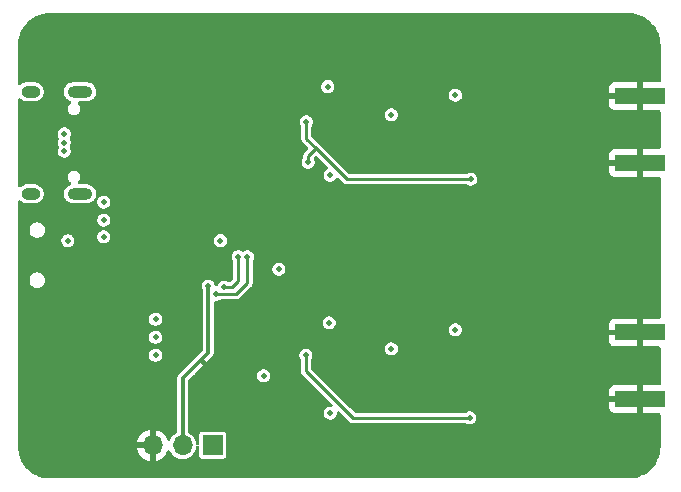
<source format=gbr>
%TF.GenerationSoftware,KiCad,Pcbnew,9.0.1*%
%TF.CreationDate,2025-07-03T23:17:29+02:00*%
%TF.ProjectId,Amon_Link,416d6f6e-5f4c-4696-9e6b-2e6b69636164,rev?*%
%TF.SameCoordinates,Original*%
%TF.FileFunction,Copper,L4,Bot*%
%TF.FilePolarity,Positive*%
%FSLAX46Y46*%
G04 Gerber Fmt 4.6, Leading zero omitted, Abs format (unit mm)*
G04 Created by KiCad (PCBNEW 9.0.1) date 2025-07-03 23:17:29*
%MOMM*%
%LPD*%
G01*
G04 APERTURE LIST*
%TA.AperFunction,ComponentPad*%
%ADD10O,1.600000X1.000000*%
%TD*%
%TA.AperFunction,ComponentPad*%
%ADD11O,2.100000X1.000000*%
%TD*%
%TA.AperFunction,ComponentPad*%
%ADD12C,0.700000*%
%TD*%
%TA.AperFunction,ComponentPad*%
%ADD13C,4.400000*%
%TD*%
%TA.AperFunction,ComponentPad*%
%ADD14R,1.700000X1.700000*%
%TD*%
%TA.AperFunction,ComponentPad*%
%ADD15O,1.700000X1.700000*%
%TD*%
%TA.AperFunction,SMDPad,CuDef*%
%ADD16R,4.200000X1.350000*%
%TD*%
%TA.AperFunction,ViaPad*%
%ADD17C,0.500000*%
%TD*%
%TA.AperFunction,Conductor*%
%ADD18C,0.250000*%
%TD*%
%TA.AperFunction,Conductor*%
%ADD19C,0.300000*%
%TD*%
G04 APERTURE END LIST*
D10*
%TO.P,J1,S1,SHIELD*%
%TO.N,Net-(J1-SHIELD)*%
X127599000Y-90090000D03*
D11*
X131779000Y-90090000D03*
D10*
X127599000Y-81450000D03*
D11*
X131779000Y-81450000D03*
%TD*%
D12*
%TO.P,H3,1*%
%TO.N,GND*%
X176649999Y-111549999D03*
X177133273Y-110383273D03*
X177133273Y-112716725D03*
X178299999Y-109899999D03*
D13*
X178299999Y-111549999D03*
D12*
X178299999Y-113199999D03*
X179466725Y-110383273D03*
X179466725Y-112716725D03*
X179949999Y-111549999D03*
%TD*%
%TO.P,H4,1*%
%TO.N,GND*%
X176649999Y-77549999D03*
X177133273Y-76383273D03*
X177133273Y-78716725D03*
X178299999Y-75899999D03*
D13*
X178299999Y-77549999D03*
D12*
X178299999Y-79199999D03*
X179466725Y-76383273D03*
X179466725Y-78716725D03*
X179949999Y-77549999D03*
%TD*%
%TO.P,H2,1*%
%TO.N,GND*%
X127509000Y-77470000D03*
X127992274Y-76303274D03*
X127992274Y-78636726D03*
X129159000Y-75820000D03*
D13*
X129159000Y-77470000D03*
D12*
X129159000Y-79120000D03*
X130325726Y-76303274D03*
X130325726Y-78636726D03*
X130809000Y-77470000D03*
%TD*%
%TO.P,H1,1*%
%TO.N,GND*%
X127509000Y-111470000D03*
X127992274Y-110303274D03*
X127992274Y-112636726D03*
X129159000Y-109820000D03*
D13*
X129159000Y-111470000D03*
D12*
X129159000Y-113120000D03*
X130325726Y-110303274D03*
X130325726Y-112636726D03*
X130809000Y-111470000D03*
%TD*%
D14*
%TO.P,J3,1,Pin_1*%
%TO.N,+3.3V*%
X143002000Y-111379000D03*
D15*
%TO.P,J3,2,Pin_2*%
%TO.N,/SWIO*%
X140462000Y-111379000D03*
%TO.P,J3,3,Pin_3*%
%TO.N,GND*%
X137922000Y-111379000D03*
%TD*%
D16*
%TO.P,J4,2,Ext*%
%TO.N,GND*%
X179200000Y-107475000D03*
X179200000Y-101825000D03*
%TD*%
%TO.P,J2,2,Ext*%
%TO.N,GND*%
X179200000Y-87475000D03*
X179200000Y-81825000D03*
%TD*%
D17*
%TO.N,GND*%
X180100000Y-93635022D03*
X180100000Y-90000000D03*
X180100000Y-99087555D03*
X180100000Y-91817511D03*
X180100000Y-97270044D03*
X180100000Y-95452533D03*
X127410000Y-83930000D03*
X127410000Y-85747511D03*
X127410000Y-87565022D03*
X132212490Y-75440000D03*
X139482534Y-75440000D03*
X151897556Y-75420000D03*
X155532578Y-75420000D03*
X144627512Y-75420000D03*
X157350090Y-75420000D03*
X150080045Y-75420000D03*
X153715067Y-75420000D03*
X146445023Y-75420000D03*
X140992490Y-75420000D03*
X148262534Y-75420000D03*
X137665023Y-75440000D03*
X142810001Y-75420000D03*
X135847512Y-75440000D03*
X134030001Y-75440000D03*
X169850000Y-75390000D03*
X162579956Y-75390000D03*
X175302534Y-75390000D03*
X173485022Y-75390000D03*
X164397467Y-75390000D03*
X160762445Y-75390000D03*
X171667511Y-75390000D03*
X158944934Y-75390000D03*
X166214978Y-75390000D03*
X168032489Y-75390000D03*
X135914978Y-113640000D03*
X137732489Y-113640000D03*
X134097467Y-113640000D03*
X132279956Y-113640000D03*
X139550000Y-113640000D03*
X151965022Y-113620000D03*
X144694978Y-113620000D03*
X157417556Y-113620000D03*
X155600044Y-113620000D03*
X146512489Y-113620000D03*
X142877467Y-113620000D03*
X153782533Y-113620000D03*
X141059956Y-113620000D03*
X148330000Y-113620000D03*
X150147511Y-113620000D03*
%TO.N,+3.3V*%
X148615400Y-96469200D03*
X138176000Y-100711000D03*
X163562501Y-101600001D03*
X152750000Y-81000000D03*
X158140400Y-83388200D03*
X147320000Y-105486200D03*
X138176000Y-102235000D03*
X138176000Y-103759000D03*
X130759200Y-94045001D03*
X163570000Y-81730000D03*
X152982501Y-108645000D03*
X143674600Y-94044000D03*
X158150000Y-103200000D03*
X152862501Y-100998511D03*
X152970000Y-88519000D03*
%TO.N,GND*%
X159316058Y-99136200D03*
X170829510Y-90322400D03*
X133477000Y-112039400D03*
X166800000Y-86200000D03*
X139242800Y-77774800D03*
X168099955Y-113590000D03*
X168216945Y-88239600D03*
X175666400Y-108280200D03*
X163262736Y-97002600D03*
X156489400Y-94716600D03*
X169443400Y-105689400D03*
X173431200Y-88239600D03*
X173558200Y-78638400D03*
X160612501Y-108150001D03*
X144970500Y-78663800D03*
X164160200Y-94767400D03*
X159486600Y-82067400D03*
X155498800Y-76657200D03*
X156083000Y-96443800D03*
X166852600Y-76657200D03*
X143256000Y-89916000D03*
X159012400Y-113590000D03*
X169243826Y-94767400D03*
X148691600Y-111074200D03*
X167843200Y-78638400D03*
X174802800Y-80772000D03*
X138176000Y-86995000D03*
X160223200Y-78638400D03*
X142125700Y-80441800D03*
X127959002Y-100895002D03*
X154787600Y-97967800D03*
X140131800Y-76733400D03*
X164127542Y-99110800D03*
X161036000Y-110921800D03*
X132715000Y-107188000D03*
X161175700Y-76657200D03*
X139547600Y-79730600D03*
X159962501Y-103950001D03*
X162433000Y-99110800D03*
X166282444Y-113590000D03*
X169468800Y-82905600D03*
X178460400Y-97053400D03*
X174294800Y-99110800D03*
X171693115Y-88239600D03*
X162534600Y-110921800D03*
X149809200Y-96443800D03*
X146280000Y-89790000D03*
X156413200Y-100558600D03*
X133477000Y-96139000D03*
X163068000Y-76657200D03*
X170314258Y-101523800D03*
X160829911Y-113590000D03*
X171734977Y-113590000D03*
X178358800Y-92760800D03*
X155862501Y-107200001D03*
X163877170Y-90322400D03*
X151800000Y-83150000D03*
X166700200Y-80721200D03*
X173558200Y-108280200D03*
X170905710Y-99110800D03*
X171653200Y-78638400D03*
X158318200Y-78638400D03*
X166453460Y-92760800D03*
X158496000Y-100558600D03*
X163212501Y-102600001D03*
X161798000Y-80721200D03*
X173219536Y-97002600D03*
X167549284Y-94767400D03*
X172862501Y-103550001D03*
X163300000Y-82700000D03*
X153606500Y-76657200D03*
X169418000Y-110947200D03*
X156311600Y-82042000D03*
X174091600Y-105943400D03*
X139369800Y-95300800D03*
X145410000Y-108550000D03*
X162312501Y-102950001D03*
X132461000Y-77774800D03*
X176657000Y-85725000D03*
X146862800Y-78663800D03*
X174327452Y-94767400D03*
X160858200Y-83362800D03*
X177611310Y-90373200D03*
X163300000Y-86200000D03*
X164960300Y-76657200D03*
X157708600Y-99237800D03*
X149656800Y-112141000D03*
X158623000Y-84201000D03*
X160401000Y-90322400D03*
X174117000Y-85852000D03*
X176657000Y-103550001D03*
X162687000Y-100558600D03*
X159181800Y-91516200D03*
X145770600Y-76657200D03*
X174421800Y-76657200D03*
X169900600Y-97002600D03*
X136017000Y-107950000D03*
X161762501Y-106500001D03*
X147193000Y-111074200D03*
X159080200Y-110921800D03*
X149047200Y-107975400D03*
X166925174Y-101523800D03*
X159283400Y-76657200D03*
X161544000Y-84201000D03*
X136702800Y-82626200D03*
X175354348Y-101523800D03*
X157861000Y-97028000D03*
X151812501Y-107150001D03*
X172529500Y-76657200D03*
X174498000Y-82829400D03*
X172567600Y-90322400D03*
X165709600Y-110921800D03*
X176620715Y-92760800D03*
X127959001Y-106130001D03*
X147802600Y-80441800D03*
X132588000Y-110972600D03*
X168191545Y-92760800D03*
X147662900Y-76657200D03*
X173552488Y-113590000D03*
X167516626Y-99110800D03*
X160909000Y-88138000D03*
X151812501Y-103200001D03*
X132715000Y-105613200D03*
X168325800Y-80772000D03*
X155950000Y-83100000D03*
X172632910Y-94767400D03*
X141681200Y-99212400D03*
X172600252Y-99110800D03*
X172008800Y-101523800D03*
X175370000Y-113590000D03*
X162139085Y-90322400D03*
X144322800Y-101142800D03*
X161173890Y-92710000D03*
X169211168Y-99110800D03*
X171564300Y-80772000D03*
X173703348Y-101523800D03*
X163262501Y-106100001D03*
X148082000Y-112141000D03*
X164464933Y-113590000D03*
X163271200Y-80746600D03*
X174962501Y-103550001D03*
X157810200Y-82042000D03*
X169955030Y-88239600D03*
X134086600Y-110972600D03*
X136702800Y-84531200D03*
X152755600Y-97967800D03*
X139928600Y-103428800D03*
X162977290Y-92760800D03*
X169091425Y-90322400D03*
X167284400Y-108280200D03*
X161315400Y-97002600D03*
X134924800Y-76733400D03*
X170938368Y-94767400D03*
X168241134Y-97002600D03*
X167360600Y-110947200D03*
X156612501Y-108150001D03*
X175143890Y-92760800D03*
X149555200Y-76657200D03*
X165615255Y-90322400D03*
X133781800Y-79730600D03*
X169748200Y-78638400D03*
X164033200Y-78638400D03*
X164922202Y-97002600D03*
X160382858Y-94716600D03*
X169945050Y-80772000D03*
X142300000Y-104410000D03*
X160985200Y-82067400D03*
X176022000Y-94767400D03*
X164715375Y-92760800D03*
X161772600Y-101930200D03*
X139928600Y-101803200D03*
X160299400Y-80721200D03*
X175873225Y-90373200D03*
X151917400Y-96443800D03*
X140741400Y-77774800D03*
X152603200Y-78638400D03*
X171323000Y-105791000D03*
X165938200Y-78638400D03*
X160604200Y-100558600D03*
X133959600Y-77774800D03*
X149123400Y-81940400D03*
X165854742Y-94767400D03*
X177676625Y-94767400D03*
X169929630Y-92760800D03*
X148234400Y-89814400D03*
X166581668Y-97002600D03*
X175945800Y-82829400D03*
X167353340Y-90322400D03*
X171526200Y-110947200D03*
X138582400Y-99263200D03*
X170637200Y-76657200D03*
X148209000Y-87401400D03*
X175463200Y-78638400D03*
X135051800Y-112039400D03*
X172897800Y-82804000D03*
X161544000Y-86233000D03*
X151714200Y-76657200D03*
X153390600Y-89154000D03*
X148755100Y-78663800D03*
X150647400Y-97967800D03*
X159620858Y-97002600D03*
X138125200Y-90246200D03*
X141554200Y-93522800D03*
X154508200Y-78638400D03*
X158762501Y-104000001D03*
X156062501Y-103000001D03*
X145973800Y-101142800D03*
X156413200Y-78638400D03*
X175209200Y-88214200D03*
X151920000Y-87350000D03*
X174135140Y-90373200D03*
X156718000Y-88138000D03*
X162647422Y-113590000D03*
X161010600Y-99136200D03*
X162128200Y-78638400D03*
X141706600Y-76733400D03*
X171560066Y-97002600D03*
X145910300Y-80441800D03*
X157962600Y-92735400D03*
X157124400Y-80695800D03*
X167817800Y-105689400D03*
X149123400Y-83832700D03*
X173634400Y-110947200D03*
X142970000Y-108540000D03*
X171450000Y-108280200D03*
X176712501Y-105800001D03*
X150698200Y-81940400D03*
X170062501Y-103550001D03*
X157581600Y-101930200D03*
X150647400Y-78663800D03*
X156014058Y-99237800D03*
X160273602Y-84191212D03*
X174984225Y-97053400D03*
X133527800Y-102666800D03*
X143878300Y-76657200D03*
X165822084Y-99110800D03*
X133527800Y-101117400D03*
X168619716Y-101523800D03*
X157391100Y-76657200D03*
X152298400Y-94716600D03*
X159689800Y-101930200D03*
X171667715Y-92760800D03*
X176722310Y-97053400D03*
X168744900Y-76657200D03*
X173405800Y-92760800D03*
X164211000Y-110921800D03*
X166800000Y-82700000D03*
X160812501Y-106200001D03*
X169341800Y-108280200D03*
X131114800Y-98221800D03*
X133350000Y-76733400D03*
X173183550Y-80772000D03*
X171069000Y-85852000D03*
X144018000Y-80441800D03*
X153949400Y-96443800D03*
X146126200Y-85801200D03*
X168910000Y-85852000D03*
X162077400Y-94716600D03*
X154381200Y-94716600D03*
X130937000Y-102641400D03*
X159308800Y-83286600D03*
X158623000Y-80695800D03*
X169917466Y-113590000D03*
X156000000Y-87350000D03*
X158597600Y-94716600D03*
X166762501Y-106100001D03*
%TO.N,+5V*%
X133778176Y-93720678D03*
X133778176Y-90780000D03*
X133778176Y-92304000D03*
X130459001Y-85745001D03*
X130459001Y-86470001D03*
X130459001Y-85020001D03*
%TO.N,/CE1*%
X150907000Y-103759000D03*
X164762501Y-109050001D03*
%TO.N,/CE2*%
X164850000Y-88850000D03*
X151099200Y-87426800D03*
X150950000Y-84000000D03*
%TO.N,/MISO*%
X143297000Y-98602800D03*
X145960000Y-95410000D03*
%TO.N,/SWIO*%
X142646400Y-97891600D03*
%TO.N,/MOSI*%
X143947000Y-97993200D03*
X145180000Y-95400000D03*
%TD*%
D18*
%TO.N,/MOSI*%
X144616800Y-97993200D02*
X143947000Y-97993200D01*
X145180000Y-95400000D02*
X145180000Y-97430000D01*
X145180000Y-97430000D02*
X144616800Y-97993200D01*
%TO.N,/MISO*%
X144957200Y-98602800D02*
X143297000Y-98602800D01*
X145960000Y-97600000D02*
X144957200Y-98602800D01*
X145960000Y-95410000D02*
X145960000Y-97600000D01*
%TO.N,/CE1*%
X150907000Y-105060000D02*
X154897001Y-109050001D01*
X150907000Y-103759000D02*
X150907000Y-105060000D01*
X154897001Y-109050001D02*
X164762501Y-109050001D01*
%TO.N,/CE2*%
X150950000Y-84000000D02*
X150950000Y-85418000D01*
X151739600Y-86207600D02*
X154382000Y-88850000D01*
X151099200Y-87426800D02*
X151099200Y-86848000D01*
X151099200Y-86848000D02*
X151739600Y-86207600D01*
X150950000Y-85418000D02*
X151739600Y-86207600D01*
X154382000Y-88850000D02*
X164850000Y-88850000D01*
D19*
%TO.N,/SWIO*%
X142646400Y-97891600D02*
X142646400Y-103530400D01*
X142646400Y-103530400D02*
X140462000Y-105714800D01*
X140462000Y-105714800D02*
X140462000Y-111379000D01*
%TD*%
%TA.AperFunction,Conductor*%
%TO.N,GND*%
G36*
X178232472Y-74788695D02*
G01*
X178524306Y-74805084D01*
X178538103Y-74806638D01*
X178822827Y-74855015D01*
X178836384Y-74858109D01*
X179113899Y-74938060D01*
X179127025Y-74942653D01*
X179393841Y-75053172D01*
X179406355Y-75059198D01*
X179572444Y-75150992D01*
X179659125Y-75198899D01*
X179670899Y-75206297D01*
X179906430Y-75373415D01*
X179917302Y-75382085D01*
X180132642Y-75574524D01*
X180142475Y-75584357D01*
X180334914Y-75799697D01*
X180343584Y-75810569D01*
X180510702Y-76046100D01*
X180518100Y-76057874D01*
X180657797Y-76310637D01*
X180663830Y-76323165D01*
X180774346Y-76589975D01*
X180778939Y-76603100D01*
X180858890Y-76880615D01*
X180861984Y-76894172D01*
X180910359Y-77178885D01*
X180911916Y-77192703D01*
X180928305Y-77484527D01*
X180928500Y-77491480D01*
X180928500Y-80526000D01*
X180908815Y-80593039D01*
X180856011Y-80638794D01*
X180804500Y-80650000D01*
X179450000Y-80650000D01*
X179450000Y-83000000D01*
X180804500Y-83000000D01*
X180871539Y-83019685D01*
X180917294Y-83072489D01*
X180928500Y-83124000D01*
X180928500Y-86176000D01*
X180908815Y-86243039D01*
X180856011Y-86288794D01*
X180804500Y-86300000D01*
X179450000Y-86300000D01*
X179450000Y-88650000D01*
X180804500Y-88650000D01*
X180871539Y-88669685D01*
X180917294Y-88722489D01*
X180928500Y-88774000D01*
X180928500Y-100526000D01*
X180908815Y-100593039D01*
X180856011Y-100638794D01*
X180804500Y-100650000D01*
X179450000Y-100650000D01*
X179450000Y-103000000D01*
X180804500Y-103000000D01*
X180871539Y-103019685D01*
X180917294Y-103072489D01*
X180928500Y-103124000D01*
X180928500Y-106176000D01*
X180908815Y-106243039D01*
X180856011Y-106288794D01*
X180804500Y-106300000D01*
X179450000Y-106300000D01*
X179450000Y-108650000D01*
X180804500Y-108650000D01*
X180871539Y-108669685D01*
X180917294Y-108722489D01*
X180928500Y-108774000D01*
X180928500Y-111484518D01*
X180928305Y-111491471D01*
X180911916Y-111783295D01*
X180910359Y-111797113D01*
X180861984Y-112081827D01*
X180858890Y-112095384D01*
X180778939Y-112372899D01*
X180774346Y-112386023D01*
X180663831Y-112652833D01*
X180657797Y-112665363D01*
X180518099Y-112918125D01*
X180510702Y-112929898D01*
X180343584Y-113165430D01*
X180334914Y-113176302D01*
X180142475Y-113391642D01*
X180132642Y-113401475D01*
X179917302Y-113593914D01*
X179906430Y-113602584D01*
X179670898Y-113769702D01*
X179659125Y-113777099D01*
X179406363Y-113916797D01*
X179393833Y-113922831D01*
X179127023Y-114033346D01*
X179113899Y-114037939D01*
X178836384Y-114117890D01*
X178822827Y-114120984D01*
X178538113Y-114169359D01*
X178524295Y-114170916D01*
X178232471Y-114187305D01*
X178225518Y-114187500D01*
X129232482Y-114187500D01*
X129225529Y-114187305D01*
X128933704Y-114170916D01*
X128919886Y-114169359D01*
X128635172Y-114120984D01*
X128621615Y-114117890D01*
X128344100Y-114037939D01*
X128330976Y-114033346D01*
X128064166Y-113922831D01*
X128051636Y-113916797D01*
X127798874Y-113777099D01*
X127787101Y-113769702D01*
X127551569Y-113602584D01*
X127540697Y-113593914D01*
X127325357Y-113401475D01*
X127315524Y-113391642D01*
X127123085Y-113176302D01*
X127114415Y-113165430D01*
X126947297Y-112929898D01*
X126939900Y-112918125D01*
X126800202Y-112665363D01*
X126794168Y-112652833D01*
X126683653Y-112386023D01*
X126679060Y-112372899D01*
X126599109Y-112095384D01*
X126596015Y-112081827D01*
X126579053Y-111981994D01*
X126547638Y-111797103D01*
X126546084Y-111783305D01*
X126529695Y-111491470D01*
X126529500Y-111484518D01*
X126529500Y-111129000D01*
X136594769Y-111129000D01*
X137488988Y-111129000D01*
X137456075Y-111186007D01*
X137422000Y-111313174D01*
X137422000Y-111444826D01*
X137456075Y-111571993D01*
X137488988Y-111629000D01*
X136594769Y-111629000D01*
X136605242Y-111695126D01*
X136605242Y-111695129D01*
X136670904Y-111897217D01*
X136767379Y-112086557D01*
X136892272Y-112258459D01*
X136892276Y-112258464D01*
X137042535Y-112408723D01*
X137042540Y-112408727D01*
X137214442Y-112533620D01*
X137403782Y-112630095D01*
X137605871Y-112695757D01*
X137672000Y-112706231D01*
X137672000Y-111812012D01*
X137729007Y-111844925D01*
X137856174Y-111879000D01*
X137987826Y-111879000D01*
X138114993Y-111844925D01*
X138172000Y-111812012D01*
X138172000Y-112706230D01*
X138238126Y-112695757D01*
X138238129Y-112695757D01*
X138440217Y-112630095D01*
X138629557Y-112533620D01*
X138801459Y-112408727D01*
X138801464Y-112408723D01*
X138951723Y-112258464D01*
X138951727Y-112258459D01*
X139076620Y-112086557D01*
X139173095Y-111897217D01*
X139182492Y-111868295D01*
X139221928Y-111810618D01*
X139286286Y-111783419D01*
X139355133Y-111795331D01*
X139406610Y-111842574D01*
X139410908Y-111850314D01*
X139478004Y-111981995D01*
X139584441Y-112128494D01*
X139584445Y-112128499D01*
X139712500Y-112256554D01*
X139712505Y-112256558D01*
X139832040Y-112343404D01*
X139859006Y-112362996D01*
X139935094Y-112401765D01*
X140020360Y-112445211D01*
X140020363Y-112445212D01*
X140106476Y-112473191D01*
X140192591Y-112501171D01*
X140275429Y-112514291D01*
X140371449Y-112529500D01*
X140371454Y-112529500D01*
X140552551Y-112529500D01*
X140639259Y-112515765D01*
X140731409Y-112501171D01*
X140903639Y-112445211D01*
X141064994Y-112362996D01*
X141211501Y-112256553D01*
X141339553Y-112128501D01*
X141445996Y-111981994D01*
X141528211Y-111820639D01*
X141584171Y-111648409D01*
X141605027Y-111516729D01*
X141634956Y-111453595D01*
X141694267Y-111416663D01*
X141764130Y-111417661D01*
X141822363Y-111456271D01*
X141850477Y-111520234D01*
X141851500Y-111536127D01*
X141851500Y-112273856D01*
X141851502Y-112273882D01*
X141854413Y-112298987D01*
X141854415Y-112298991D01*
X141899793Y-112401764D01*
X141899794Y-112401765D01*
X141979235Y-112481206D01*
X142082009Y-112526585D01*
X142107135Y-112529500D01*
X143896864Y-112529499D01*
X143896879Y-112529497D01*
X143896882Y-112529497D01*
X143921987Y-112526586D01*
X143921988Y-112526585D01*
X143921991Y-112526585D01*
X144024765Y-112481206D01*
X144104206Y-112401765D01*
X144149585Y-112298991D01*
X144152500Y-112273865D01*
X144152499Y-110484136D01*
X144152497Y-110484117D01*
X144149586Y-110459012D01*
X144149585Y-110459010D01*
X144149585Y-110459009D01*
X144104206Y-110356235D01*
X144024765Y-110276794D01*
X143944415Y-110241316D01*
X143921992Y-110231415D01*
X143896865Y-110228500D01*
X142107143Y-110228500D01*
X142107117Y-110228502D01*
X142082012Y-110231413D01*
X142082008Y-110231415D01*
X141979235Y-110276793D01*
X141899794Y-110356234D01*
X141854415Y-110459006D01*
X141854415Y-110459008D01*
X141851500Y-110484131D01*
X141851500Y-111221871D01*
X141831815Y-111288910D01*
X141779011Y-111334665D01*
X141709853Y-111344609D01*
X141646297Y-111315584D01*
X141608523Y-111256806D01*
X141605027Y-111241269D01*
X141587245Y-111129000D01*
X141584171Y-111109591D01*
X141528211Y-110937361D01*
X141528211Y-110937360D01*
X141489191Y-110860780D01*
X141445996Y-110776006D01*
X141432396Y-110757287D01*
X141339558Y-110629505D01*
X141339554Y-110629500D01*
X141211499Y-110501445D01*
X141211494Y-110501441D01*
X141064995Y-110395004D01*
X140980204Y-110351800D01*
X140929409Y-110303826D01*
X140912500Y-110241316D01*
X140912500Y-105952765D01*
X140932185Y-105885726D01*
X140948819Y-105865084D01*
X141400178Y-105413725D01*
X146769500Y-105413725D01*
X146769500Y-105558675D01*
X146795442Y-105655491D01*
X146807017Y-105698688D01*
X146879488Y-105824211D01*
X146879490Y-105824213D01*
X146879491Y-105824215D01*
X146981985Y-105926709D01*
X146981986Y-105926710D01*
X146981988Y-105926711D01*
X147107511Y-105999182D01*
X147107512Y-105999182D01*
X147107515Y-105999184D01*
X147247525Y-106036700D01*
X147247528Y-106036700D01*
X147392472Y-106036700D01*
X147392475Y-106036700D01*
X147532485Y-105999184D01*
X147658015Y-105926709D01*
X147760509Y-105824215D01*
X147832984Y-105698685D01*
X147870500Y-105558675D01*
X147870500Y-105413725D01*
X147832984Y-105273715D01*
X147760509Y-105148185D01*
X147658015Y-105045691D01*
X147658013Y-105045690D01*
X147658011Y-105045688D01*
X147532488Y-104973217D01*
X147532489Y-104973217D01*
X147521006Y-104970140D01*
X147392475Y-104935700D01*
X147247525Y-104935700D01*
X147118993Y-104970140D01*
X147107511Y-104973217D01*
X146981988Y-105045688D01*
X146981982Y-105045693D01*
X146879493Y-105148182D01*
X146879488Y-105148188D01*
X146807017Y-105273711D01*
X146807016Y-105273715D01*
X146769500Y-105413725D01*
X141400178Y-105413725D01*
X141495986Y-105317917D01*
X141981513Y-104832390D01*
X143006889Y-103807014D01*
X143066199Y-103704287D01*
X143070958Y-103686525D01*
X150356500Y-103686525D01*
X150356500Y-103831475D01*
X150394016Y-103971485D01*
X150464887Y-104094238D01*
X150481500Y-104156236D01*
X150481500Y-105003982D01*
X150481500Y-105116018D01*
X150510497Y-105224237D01*
X150566515Y-105321263D01*
X150566517Y-105321265D01*
X153128071Y-107882819D01*
X153161556Y-107944142D01*
X153156572Y-108013834D01*
X153114700Y-108069767D01*
X153049236Y-108094184D01*
X153040390Y-108094500D01*
X152910026Y-108094500D01*
X152781494Y-108128940D01*
X152770012Y-108132017D01*
X152644489Y-108204488D01*
X152644483Y-108204493D01*
X152541994Y-108306982D01*
X152541989Y-108306988D01*
X152469518Y-108432511D01*
X152469517Y-108432515D01*
X152432001Y-108572525D01*
X152432001Y-108717475D01*
X152469517Y-108857485D01*
X152469518Y-108857488D01*
X152541989Y-108983011D01*
X152541991Y-108983013D01*
X152541992Y-108983015D01*
X152644486Y-109085509D01*
X152644487Y-109085510D01*
X152644489Y-109085511D01*
X152770012Y-109157982D01*
X152770013Y-109157982D01*
X152770016Y-109157984D01*
X152910026Y-109195500D01*
X152910029Y-109195500D01*
X153054973Y-109195500D01*
X153054976Y-109195500D01*
X153194986Y-109157984D01*
X153320516Y-109085509D01*
X153423010Y-108983015D01*
X153495485Y-108857485D01*
X153533001Y-108717475D01*
X153533001Y-108587111D01*
X153552686Y-108520072D01*
X153605490Y-108474317D01*
X153674648Y-108464373D01*
X153738204Y-108493398D01*
X153744682Y-108499430D01*
X154556516Y-109311264D01*
X154635738Y-109390486D01*
X154732764Y-109446504D01*
X154840983Y-109475501D01*
X164365264Y-109475501D01*
X164427264Y-109492114D01*
X164550012Y-109562983D01*
X164550013Y-109562983D01*
X164550016Y-109562985D01*
X164690026Y-109600501D01*
X164690029Y-109600501D01*
X164834973Y-109600501D01*
X164834976Y-109600501D01*
X164974986Y-109562985D01*
X165100516Y-109490510D01*
X165203010Y-109388016D01*
X165275485Y-109262486D01*
X165313001Y-109122476D01*
X165313001Y-108977526D01*
X165275485Y-108837516D01*
X165206177Y-108717472D01*
X165203012Y-108711989D01*
X165203007Y-108711983D01*
X165100518Y-108609494D01*
X165100512Y-108609489D01*
X164974989Y-108537018D01*
X164974990Y-108537018D01*
X164963507Y-108533941D01*
X164834976Y-108499501D01*
X164690026Y-108499501D01*
X164561494Y-108533941D01*
X164550012Y-108537018D01*
X164427264Y-108607888D01*
X164365264Y-108624501D01*
X155124611Y-108624501D01*
X155057572Y-108604816D01*
X155036930Y-108588182D01*
X154646592Y-108197844D01*
X176600000Y-108197844D01*
X176606401Y-108257372D01*
X176606403Y-108257379D01*
X176656645Y-108392086D01*
X176656649Y-108392093D01*
X176742809Y-108507187D01*
X176742812Y-108507190D01*
X176857906Y-108593350D01*
X176857913Y-108593354D01*
X176992620Y-108643596D01*
X176992627Y-108643598D01*
X177052155Y-108649999D01*
X177052172Y-108650000D01*
X178950000Y-108650000D01*
X178950000Y-107725000D01*
X176600000Y-107725000D01*
X176600000Y-108197844D01*
X154646592Y-108197844D01*
X153200903Y-106752155D01*
X176600000Y-106752155D01*
X176600000Y-107225000D01*
X178950000Y-107225000D01*
X178950000Y-106300000D01*
X177052155Y-106300000D01*
X176992627Y-106306401D01*
X176992620Y-106306403D01*
X176857913Y-106356645D01*
X176857906Y-106356649D01*
X176742812Y-106442809D01*
X176742809Y-106442812D01*
X176656649Y-106557906D01*
X176656645Y-106557913D01*
X176606403Y-106692620D01*
X176606401Y-106692627D01*
X176600000Y-106752155D01*
X153200903Y-106752155D01*
X151368819Y-104920071D01*
X151335334Y-104858748D01*
X151332500Y-104832390D01*
X151332500Y-104156236D01*
X151349112Y-104094238D01*
X151419984Y-103971485D01*
X151457500Y-103831475D01*
X151457500Y-103686525D01*
X151419984Y-103546515D01*
X151415074Y-103538011D01*
X151347511Y-103420988D01*
X151347506Y-103420982D01*
X151245017Y-103318493D01*
X151245011Y-103318488D01*
X151119488Y-103246017D01*
X151119489Y-103246017D01*
X151116289Y-103245159D01*
X150979475Y-103208500D01*
X150834525Y-103208500D01*
X150720053Y-103239173D01*
X150694511Y-103246017D01*
X150568988Y-103318488D01*
X150568982Y-103318493D01*
X150466493Y-103420982D01*
X150466488Y-103420988D01*
X150394017Y-103546511D01*
X150394016Y-103546515D01*
X150356500Y-103686525D01*
X143070958Y-103686525D01*
X143088837Y-103619799D01*
X143096900Y-103589709D01*
X143096900Y-103127525D01*
X157599500Y-103127525D01*
X157599500Y-103272475D01*
X157611831Y-103318493D01*
X157637017Y-103412488D01*
X157709488Y-103538011D01*
X157709490Y-103538013D01*
X157709491Y-103538015D01*
X157811985Y-103640509D01*
X157811986Y-103640510D01*
X157811988Y-103640511D01*
X157937511Y-103712982D01*
X157937512Y-103712982D01*
X157937515Y-103712984D01*
X158077525Y-103750500D01*
X158077528Y-103750500D01*
X158222472Y-103750500D01*
X158222475Y-103750500D01*
X158362485Y-103712984D01*
X158488015Y-103640509D01*
X158590509Y-103538015D01*
X158662984Y-103412485D01*
X158700500Y-103272475D01*
X158700500Y-103127525D01*
X158662984Y-102987515D01*
X158637485Y-102943350D01*
X158590511Y-102861988D01*
X158590506Y-102861982D01*
X158488017Y-102759493D01*
X158488011Y-102759488D01*
X158362488Y-102687017D01*
X158362489Y-102687017D01*
X158319548Y-102675511D01*
X158222475Y-102649500D01*
X158077525Y-102649500D01*
X157980452Y-102675511D01*
X157937511Y-102687017D01*
X157811988Y-102759488D01*
X157811982Y-102759493D01*
X157709493Y-102861982D01*
X157709488Y-102861988D01*
X157637017Y-102987511D01*
X157637016Y-102987515D01*
X157599500Y-103127525D01*
X143096900Y-103127525D01*
X143096900Y-102547844D01*
X176600000Y-102547844D01*
X176606401Y-102607372D01*
X176606403Y-102607379D01*
X176656645Y-102742086D01*
X176656649Y-102742093D01*
X176742809Y-102857187D01*
X176742812Y-102857190D01*
X176857906Y-102943350D01*
X176857913Y-102943354D01*
X176992620Y-102993596D01*
X176992627Y-102993598D01*
X177052155Y-102999999D01*
X177052172Y-103000000D01*
X178950000Y-103000000D01*
X178950000Y-102075000D01*
X176600000Y-102075000D01*
X176600000Y-102547844D01*
X143096900Y-102547844D01*
X143096900Y-100926036D01*
X152312001Y-100926036D01*
X152312001Y-101070986D01*
X152335717Y-101159494D01*
X152349518Y-101210999D01*
X152421989Y-101336522D01*
X152421991Y-101336524D01*
X152421992Y-101336526D01*
X152524486Y-101439020D01*
X152524487Y-101439021D01*
X152524489Y-101439022D01*
X152650012Y-101511493D01*
X152650013Y-101511493D01*
X152650016Y-101511495D01*
X152790026Y-101549011D01*
X152790029Y-101549011D01*
X152934973Y-101549011D01*
X152934976Y-101549011D01*
X153015158Y-101527526D01*
X163012001Y-101527526D01*
X163012001Y-101672476D01*
X163044695Y-101794491D01*
X163049518Y-101812489D01*
X163121989Y-101938012D01*
X163121991Y-101938014D01*
X163121992Y-101938016D01*
X163224486Y-102040510D01*
X163224487Y-102040511D01*
X163224489Y-102040512D01*
X163350012Y-102112983D01*
X163350013Y-102112983D01*
X163350016Y-102112985D01*
X163490026Y-102150501D01*
X163490029Y-102150501D01*
X163634973Y-102150501D01*
X163634976Y-102150501D01*
X163774986Y-102112985D01*
X163900516Y-102040510D01*
X164003010Y-101938016D01*
X164075485Y-101812486D01*
X164113001Y-101672476D01*
X164113001Y-101527526D01*
X164075485Y-101387516D01*
X164003010Y-101261986D01*
X163900516Y-101159492D01*
X163900514Y-101159491D01*
X163900512Y-101159489D01*
X163801207Y-101102155D01*
X176600000Y-101102155D01*
X176600000Y-101575000D01*
X178950000Y-101575000D01*
X178950000Y-100650000D01*
X177052155Y-100650000D01*
X176992627Y-100656401D01*
X176992620Y-100656403D01*
X176857913Y-100706645D01*
X176857906Y-100706649D01*
X176742812Y-100792809D01*
X176742809Y-100792812D01*
X176656649Y-100907906D01*
X176656645Y-100907913D01*
X176606403Y-101042620D01*
X176606401Y-101042627D01*
X176600000Y-101102155D01*
X163801207Y-101102155D01*
X163774989Y-101087018D01*
X163774990Y-101087018D01*
X163763507Y-101083941D01*
X163634976Y-101049501D01*
X163490026Y-101049501D01*
X163361494Y-101083941D01*
X163350012Y-101087018D01*
X163224489Y-101159489D01*
X163224483Y-101159494D01*
X163121994Y-101261983D01*
X163121989Y-101261989D01*
X163049518Y-101387512D01*
X163049517Y-101387516D01*
X163012001Y-101527526D01*
X153015158Y-101527526D01*
X153074986Y-101511495D01*
X153200516Y-101439020D01*
X153303010Y-101336526D01*
X153375485Y-101210996D01*
X153413001Y-101070986D01*
X153413001Y-100926036D01*
X153375485Y-100786026D01*
X153374010Y-100783472D01*
X153303012Y-100660499D01*
X153303007Y-100660493D01*
X153200518Y-100558004D01*
X153200512Y-100557999D01*
X153074989Y-100485528D01*
X153074990Y-100485528D01*
X153063507Y-100482451D01*
X152934976Y-100448011D01*
X152790026Y-100448011D01*
X152661494Y-100482451D01*
X152650012Y-100485528D01*
X152524489Y-100557999D01*
X152524483Y-100558004D01*
X152421994Y-100660493D01*
X152421989Y-100660499D01*
X152349518Y-100786022D01*
X152349517Y-100786026D01*
X152312001Y-100926036D01*
X143096900Y-100926036D01*
X143096900Y-99277300D01*
X143116585Y-99210261D01*
X143169389Y-99164506D01*
X143220900Y-99153300D01*
X143369472Y-99153300D01*
X143369475Y-99153300D01*
X143509485Y-99115784D01*
X143632237Y-99044913D01*
X143694237Y-99028300D01*
X145013216Y-99028300D01*
X145013218Y-99028300D01*
X145121437Y-98999303D01*
X145218463Y-98943285D01*
X146211053Y-97950692D01*
X146211058Y-97950689D01*
X146221261Y-97940485D01*
X146221263Y-97940485D01*
X146300485Y-97861263D01*
X146356503Y-97764237D01*
X146385500Y-97656018D01*
X146385500Y-96396725D01*
X148064900Y-96396725D01*
X148064900Y-96541675D01*
X148102416Y-96681685D01*
X148102417Y-96681688D01*
X148174888Y-96807211D01*
X148174890Y-96807213D01*
X148174891Y-96807215D01*
X148277385Y-96909709D01*
X148277386Y-96909710D01*
X148277388Y-96909711D01*
X148402911Y-96982182D01*
X148402912Y-96982182D01*
X148402915Y-96982184D01*
X148542925Y-97019700D01*
X148542928Y-97019700D01*
X148687872Y-97019700D01*
X148687875Y-97019700D01*
X148827885Y-96982184D01*
X148953415Y-96909709D01*
X149055909Y-96807215D01*
X149128384Y-96681685D01*
X149165900Y-96541675D01*
X149165900Y-96396725D01*
X149128384Y-96256715D01*
X149055909Y-96131185D01*
X148953415Y-96028691D01*
X148953413Y-96028690D01*
X148953411Y-96028688D01*
X148827888Y-95956217D01*
X148827889Y-95956217D01*
X148816406Y-95953140D01*
X148687875Y-95918700D01*
X148542925Y-95918700D01*
X148414393Y-95953140D01*
X148402911Y-95956217D01*
X148277388Y-96028688D01*
X148277382Y-96028693D01*
X148174893Y-96131182D01*
X148174888Y-96131188D01*
X148102417Y-96256711D01*
X148102416Y-96256715D01*
X148064900Y-96396725D01*
X146385500Y-96396725D01*
X146385500Y-95807236D01*
X146402112Y-95745238D01*
X146472984Y-95622485D01*
X146510500Y-95482475D01*
X146510500Y-95337525D01*
X146472984Y-95197515D01*
X146467210Y-95187515D01*
X146400511Y-95071988D01*
X146400506Y-95071982D01*
X146298017Y-94969493D01*
X146298011Y-94969488D01*
X146172488Y-94897017D01*
X146172489Y-94897017D01*
X146161006Y-94893940D01*
X146032475Y-94859500D01*
X145887525Y-94859500D01*
X145758993Y-94893940D01*
X145747511Y-94897017D01*
X145640660Y-94958708D01*
X145572760Y-94975181D01*
X145516660Y-94958708D01*
X145392488Y-94887017D01*
X145392489Y-94887017D01*
X145381006Y-94883940D01*
X145252475Y-94849500D01*
X145107525Y-94849500D01*
X144978993Y-94883940D01*
X144967511Y-94887017D01*
X144841988Y-94959488D01*
X144841982Y-94959493D01*
X144739493Y-95061982D01*
X144739488Y-95061988D01*
X144667017Y-95187511D01*
X144667016Y-95187515D01*
X144629500Y-95327525D01*
X144629500Y-95472475D01*
X144667016Y-95612485D01*
X144737887Y-95735238D01*
X144754500Y-95797236D01*
X144754500Y-97202390D01*
X144734815Y-97269429D01*
X144718181Y-97290071D01*
X144476871Y-97531381D01*
X144449943Y-97546084D01*
X144424125Y-97562677D01*
X144417924Y-97563568D01*
X144415548Y-97564866D01*
X144389190Y-97567700D01*
X144344237Y-97567700D01*
X144282237Y-97551087D01*
X144159488Y-97480217D01*
X144159489Y-97480217D01*
X144148006Y-97477140D01*
X144019475Y-97442700D01*
X143874525Y-97442700D01*
X143745993Y-97477140D01*
X143734511Y-97480217D01*
X143608988Y-97552688D01*
X143608982Y-97552693D01*
X143506493Y-97655182D01*
X143506488Y-97655188D01*
X143434017Y-97780711D01*
X143434014Y-97780717D01*
X143430084Y-97795385D01*
X143393717Y-97855044D01*
X143330868Y-97885570D01*
X143261493Y-97877272D01*
X143207617Y-97832784D01*
X143190538Y-97795385D01*
X143159384Y-97679115D01*
X143146048Y-97656017D01*
X143086911Y-97553588D01*
X143086906Y-97553582D01*
X142984417Y-97451093D01*
X142984411Y-97451088D01*
X142858888Y-97378617D01*
X142858889Y-97378617D01*
X142847406Y-97375540D01*
X142718875Y-97341100D01*
X142573925Y-97341100D01*
X142445393Y-97375540D01*
X142433911Y-97378617D01*
X142308388Y-97451088D01*
X142308382Y-97451093D01*
X142205893Y-97553582D01*
X142205888Y-97553588D01*
X142133417Y-97679111D01*
X142133416Y-97679115D01*
X142095900Y-97819125D01*
X142095900Y-97964075D01*
X142133416Y-98104085D01*
X142179287Y-98183536D01*
X142195900Y-98245535D01*
X142195900Y-103292435D01*
X142176215Y-103359474D01*
X142159581Y-103380116D01*
X140101513Y-105438183D01*
X140101509Y-105438189D01*
X140042201Y-105540912D01*
X140042200Y-105540917D01*
X140011500Y-105655491D01*
X140011500Y-110241316D01*
X139991815Y-110308355D01*
X139943796Y-110351800D01*
X139859004Y-110395004D01*
X139712505Y-110501441D01*
X139712500Y-110501445D01*
X139584445Y-110629500D01*
X139584441Y-110629505D01*
X139478004Y-110776004D01*
X139410908Y-110907685D01*
X139362933Y-110958480D01*
X139295112Y-110975275D01*
X139228977Y-110952737D01*
X139185527Y-110898021D01*
X139182492Y-110889705D01*
X139173094Y-110860780D01*
X139076620Y-110671442D01*
X138951727Y-110499540D01*
X138951723Y-110499535D01*
X138801464Y-110349276D01*
X138801459Y-110349272D01*
X138629557Y-110224379D01*
X138440215Y-110127903D01*
X138238124Y-110062241D01*
X138172000Y-110051768D01*
X138172000Y-110945988D01*
X138114993Y-110913075D01*
X137987826Y-110879000D01*
X137856174Y-110879000D01*
X137729007Y-110913075D01*
X137672000Y-110945988D01*
X137672000Y-110051768D01*
X137671999Y-110051768D01*
X137605875Y-110062241D01*
X137403784Y-110127903D01*
X137214442Y-110224379D01*
X137042540Y-110349272D01*
X137042535Y-110349276D01*
X136892276Y-110499535D01*
X136892272Y-110499540D01*
X136767379Y-110671442D01*
X136670904Y-110860782D01*
X136605242Y-111062870D01*
X136605242Y-111062873D01*
X136594769Y-111129000D01*
X126529500Y-111129000D01*
X126529500Y-103686525D01*
X137625500Y-103686525D01*
X137625500Y-103831475D01*
X137663016Y-103971485D01*
X137663017Y-103971488D01*
X137735488Y-104097011D01*
X137735490Y-104097013D01*
X137735491Y-104097015D01*
X137837985Y-104199509D01*
X137837986Y-104199510D01*
X137837988Y-104199511D01*
X137963511Y-104271982D01*
X137963512Y-104271982D01*
X137963515Y-104271984D01*
X138103525Y-104309500D01*
X138103528Y-104309500D01*
X138248472Y-104309500D01*
X138248475Y-104309500D01*
X138388485Y-104271984D01*
X138514015Y-104199509D01*
X138616509Y-104097015D01*
X138688984Y-103971485D01*
X138726500Y-103831475D01*
X138726500Y-103686525D01*
X138688984Y-103546515D01*
X138684074Y-103538011D01*
X138616511Y-103420988D01*
X138616506Y-103420982D01*
X138514017Y-103318493D01*
X138514011Y-103318488D01*
X138388488Y-103246017D01*
X138388489Y-103246017D01*
X138362947Y-103239173D01*
X138248475Y-103208500D01*
X138103525Y-103208500D01*
X137989053Y-103239173D01*
X137963511Y-103246017D01*
X137837988Y-103318488D01*
X137837982Y-103318493D01*
X137735493Y-103420982D01*
X137735488Y-103420988D01*
X137663017Y-103546511D01*
X137663016Y-103546515D01*
X137625500Y-103686525D01*
X126529500Y-103686525D01*
X126529500Y-102162525D01*
X137625500Y-102162525D01*
X137625500Y-102307475D01*
X137663016Y-102447485D01*
X137663017Y-102447488D01*
X137735488Y-102573011D01*
X137735490Y-102573013D01*
X137735491Y-102573015D01*
X137837985Y-102675509D01*
X137837986Y-102675510D01*
X137837988Y-102675511D01*
X137963511Y-102747982D01*
X137963512Y-102747982D01*
X137963515Y-102747984D01*
X138103525Y-102785500D01*
X138103528Y-102785500D01*
X138248472Y-102785500D01*
X138248475Y-102785500D01*
X138388485Y-102747984D01*
X138514015Y-102675509D01*
X138616509Y-102573015D01*
X138688984Y-102447485D01*
X138726500Y-102307475D01*
X138726500Y-102162525D01*
X138688984Y-102022515D01*
X138640199Y-101938018D01*
X138616511Y-101896988D01*
X138616506Y-101896982D01*
X138514017Y-101794493D01*
X138514011Y-101794488D01*
X138388488Y-101722017D01*
X138388489Y-101722017D01*
X138377006Y-101718940D01*
X138248475Y-101684500D01*
X138103525Y-101684500D01*
X137974993Y-101718940D01*
X137963511Y-101722017D01*
X137837988Y-101794488D01*
X137837982Y-101794493D01*
X137735493Y-101896982D01*
X137735488Y-101896988D01*
X137663017Y-102022511D01*
X137663016Y-102022515D01*
X137625500Y-102162525D01*
X126529500Y-102162525D01*
X126529500Y-100638525D01*
X137625500Y-100638525D01*
X137625500Y-100783475D01*
X137663016Y-100923485D01*
X137663017Y-100923488D01*
X137735488Y-101049011D01*
X137735490Y-101049013D01*
X137735491Y-101049015D01*
X137837985Y-101151509D01*
X137837986Y-101151510D01*
X137837988Y-101151511D01*
X137963511Y-101223982D01*
X137963512Y-101223982D01*
X137963515Y-101223984D01*
X138103525Y-101261500D01*
X138103528Y-101261500D01*
X138248472Y-101261500D01*
X138248475Y-101261500D01*
X138388485Y-101223984D01*
X138514015Y-101151509D01*
X138616509Y-101049015D01*
X138688984Y-100923485D01*
X138726500Y-100783475D01*
X138726500Y-100638525D01*
X138688984Y-100498515D01*
X138681485Y-100485527D01*
X138616511Y-100372988D01*
X138616506Y-100372982D01*
X138514017Y-100270493D01*
X138514011Y-100270488D01*
X138388488Y-100198017D01*
X138388489Y-100198017D01*
X138377006Y-100194940D01*
X138248475Y-100160500D01*
X138103525Y-100160500D01*
X137974993Y-100194940D01*
X137963511Y-100198017D01*
X137837988Y-100270488D01*
X137837982Y-100270493D01*
X137735493Y-100372982D01*
X137735488Y-100372988D01*
X137663017Y-100498511D01*
X137663016Y-100498515D01*
X137625500Y-100638525D01*
X126529500Y-100638525D01*
X126529500Y-97459072D01*
X127508500Y-97459072D01*
X127533498Y-97584739D01*
X127533500Y-97584745D01*
X127582534Y-97703125D01*
X127582539Y-97703134D01*
X127653724Y-97809669D01*
X127653727Y-97809673D01*
X127744328Y-97900274D01*
X127744332Y-97900277D01*
X127850867Y-97971462D01*
X127850873Y-97971465D01*
X127850874Y-97971466D01*
X127969257Y-98020502D01*
X127969261Y-98020502D01*
X127969262Y-98020503D01*
X128094929Y-98045501D01*
X128094932Y-98045501D01*
X128223072Y-98045501D01*
X128307616Y-98028683D01*
X128348745Y-98020502D01*
X128467128Y-97971466D01*
X128573670Y-97900277D01*
X128664277Y-97809670D01*
X128735466Y-97703128D01*
X128784502Y-97584745D01*
X128795117Y-97531381D01*
X128809501Y-97459072D01*
X128809501Y-97330929D01*
X128784503Y-97205262D01*
X128784502Y-97205261D01*
X128784502Y-97205257D01*
X128735466Y-97086874D01*
X128735465Y-97086873D01*
X128735462Y-97086867D01*
X128664277Y-96980332D01*
X128664274Y-96980328D01*
X128573673Y-96889727D01*
X128573669Y-96889724D01*
X128467134Y-96818539D01*
X128467125Y-96818534D01*
X128348745Y-96769500D01*
X128348739Y-96769498D01*
X128223072Y-96744501D01*
X128223070Y-96744501D01*
X128094932Y-96744501D01*
X128094930Y-96744501D01*
X127969262Y-96769498D01*
X127969256Y-96769500D01*
X127850876Y-96818534D01*
X127850867Y-96818539D01*
X127744332Y-96889724D01*
X127744328Y-96889727D01*
X127653727Y-96980328D01*
X127653724Y-96980332D01*
X127582539Y-97086867D01*
X127582534Y-97086876D01*
X127533500Y-97205256D01*
X127533498Y-97205262D01*
X127508501Y-97330929D01*
X127508501Y-97330932D01*
X127508501Y-97459070D01*
X127508501Y-97459072D01*
X127508500Y-97459072D01*
X126529500Y-97459072D01*
X126529500Y-93972526D01*
X130208700Y-93972526D01*
X130208700Y-94117476D01*
X130245948Y-94256485D01*
X130246217Y-94257489D01*
X130318688Y-94383012D01*
X130318690Y-94383014D01*
X130318691Y-94383016D01*
X130421185Y-94485510D01*
X130421186Y-94485511D01*
X130421188Y-94485512D01*
X130546711Y-94557983D01*
X130546712Y-94557983D01*
X130546715Y-94557985D01*
X130686725Y-94595501D01*
X130686728Y-94595501D01*
X130831672Y-94595501D01*
X130831675Y-94595501D01*
X130971685Y-94557985D01*
X131097215Y-94485510D01*
X131199709Y-94383016D01*
X131272184Y-94257486D01*
X131309700Y-94117476D01*
X131309700Y-93972526D01*
X131272184Y-93832516D01*
X131199709Y-93706986D01*
X131140926Y-93648203D01*
X133227676Y-93648203D01*
X133227676Y-93793153D01*
X133264693Y-93931299D01*
X133265193Y-93933166D01*
X133337664Y-94058689D01*
X133337666Y-94058691D01*
X133337667Y-94058693D01*
X133440161Y-94161187D01*
X133440162Y-94161188D01*
X133440164Y-94161189D01*
X133565687Y-94233660D01*
X133565688Y-94233660D01*
X133565691Y-94233662D01*
X133705701Y-94271178D01*
X133705704Y-94271178D01*
X133850648Y-94271178D01*
X133850651Y-94271178D01*
X133990661Y-94233662D01*
X134116191Y-94161187D01*
X134218685Y-94058693D01*
X134269012Y-93971525D01*
X143124100Y-93971525D01*
X143124100Y-94116475D01*
X143155500Y-94233660D01*
X143161617Y-94256488D01*
X143234088Y-94382011D01*
X143234090Y-94382013D01*
X143234091Y-94382015D01*
X143336585Y-94484509D01*
X143336586Y-94484510D01*
X143336588Y-94484511D01*
X143462111Y-94556982D01*
X143462112Y-94556982D01*
X143462115Y-94556984D01*
X143602125Y-94594500D01*
X143602128Y-94594500D01*
X143747072Y-94594500D01*
X143747075Y-94594500D01*
X143887085Y-94556984D01*
X144012615Y-94484509D01*
X144115109Y-94382015D01*
X144187584Y-94256485D01*
X144225100Y-94116475D01*
X144225100Y-93971525D01*
X144187584Y-93831515D01*
X144166791Y-93795501D01*
X144115111Y-93705988D01*
X144115106Y-93705982D01*
X144012617Y-93603493D01*
X144012611Y-93603488D01*
X143887088Y-93531017D01*
X143887089Y-93531017D01*
X143875606Y-93527940D01*
X143747075Y-93493500D01*
X143602125Y-93493500D01*
X143473593Y-93527940D01*
X143462111Y-93531017D01*
X143336588Y-93603488D01*
X143336582Y-93603493D01*
X143234093Y-93705982D01*
X143234088Y-93705988D01*
X143161617Y-93831511D01*
X143161616Y-93831515D01*
X143124100Y-93971525D01*
X134269012Y-93971525D01*
X134291160Y-93933163D01*
X134291161Y-93933160D01*
X134291660Y-93931299D01*
X134302671Y-93890201D01*
X134328676Y-93793153D01*
X134328676Y-93648203D01*
X134291160Y-93508193D01*
X134259366Y-93453125D01*
X134218687Y-93382666D01*
X134218682Y-93382660D01*
X134116193Y-93280171D01*
X134116187Y-93280166D01*
X133990664Y-93207695D01*
X133990665Y-93207695D01*
X133979182Y-93204618D01*
X133850651Y-93170178D01*
X133705701Y-93170178D01*
X133577169Y-93204618D01*
X133565687Y-93207695D01*
X133440164Y-93280166D01*
X133440158Y-93280171D01*
X133337669Y-93382660D01*
X133337664Y-93382666D01*
X133265193Y-93508189D01*
X133265192Y-93508193D01*
X133227676Y-93648203D01*
X131140926Y-93648203D01*
X131097215Y-93604492D01*
X131097213Y-93604491D01*
X131097211Y-93604489D01*
X130971688Y-93532018D01*
X130971689Y-93532018D01*
X130960206Y-93528941D01*
X130831675Y-93494501D01*
X130686725Y-93494501D01*
X130558193Y-93528941D01*
X130546711Y-93532018D01*
X130421188Y-93604489D01*
X130421182Y-93604494D01*
X130318693Y-93706983D01*
X130318688Y-93706989D01*
X130246217Y-93832512D01*
X130246216Y-93832516D01*
X130208700Y-93972526D01*
X126529500Y-93972526D01*
X126529500Y-93209072D01*
X127508500Y-93209072D01*
X127533498Y-93334739D01*
X127533500Y-93334745D01*
X127582534Y-93453125D01*
X127582539Y-93453134D01*
X127653724Y-93559669D01*
X127653727Y-93559673D01*
X127744328Y-93650274D01*
X127744332Y-93650277D01*
X127850867Y-93721462D01*
X127850873Y-93721465D01*
X127850874Y-93721466D01*
X127969257Y-93770502D01*
X127969261Y-93770502D01*
X127969262Y-93770503D01*
X128094929Y-93795501D01*
X128094932Y-93795501D01*
X128223072Y-93795501D01*
X128307616Y-93778683D01*
X128348745Y-93770502D01*
X128467128Y-93721466D01*
X128573670Y-93650277D01*
X128664277Y-93559670D01*
X128735466Y-93453128D01*
X128784502Y-93334745D01*
X128809501Y-93209070D01*
X128809501Y-93080932D01*
X128809501Y-93080929D01*
X128784503Y-92955262D01*
X128784502Y-92955261D01*
X128784502Y-92955257D01*
X128735466Y-92836874D01*
X128735465Y-92836873D01*
X128735462Y-92836867D01*
X128664277Y-92730332D01*
X128664274Y-92730328D01*
X128573673Y-92639727D01*
X128573669Y-92639724D01*
X128467134Y-92568539D01*
X128467125Y-92568534D01*
X128348745Y-92519500D01*
X128348739Y-92519498D01*
X128223072Y-92494501D01*
X128223070Y-92494501D01*
X128094932Y-92494501D01*
X128094930Y-92494501D01*
X127969262Y-92519498D01*
X127969256Y-92519500D01*
X127850876Y-92568534D01*
X127850867Y-92568539D01*
X127744332Y-92639724D01*
X127744328Y-92639727D01*
X127653727Y-92730328D01*
X127653724Y-92730332D01*
X127582539Y-92836867D01*
X127582534Y-92836876D01*
X127533500Y-92955256D01*
X127533498Y-92955262D01*
X127508501Y-93080929D01*
X127508501Y-93080932D01*
X127508501Y-93209070D01*
X127508501Y-93209072D01*
X127508500Y-93209072D01*
X126529500Y-93209072D01*
X126529500Y-92231525D01*
X133227676Y-92231525D01*
X133227676Y-92376475D01*
X133265192Y-92516485D01*
X133265193Y-92516488D01*
X133337664Y-92642011D01*
X133337666Y-92642013D01*
X133337667Y-92642015D01*
X133440161Y-92744509D01*
X133440162Y-92744510D01*
X133440164Y-92744511D01*
X133565687Y-92816982D01*
X133565688Y-92816982D01*
X133565691Y-92816984D01*
X133705701Y-92854500D01*
X133705704Y-92854500D01*
X133850648Y-92854500D01*
X133850651Y-92854500D01*
X133990661Y-92816984D01*
X134116191Y-92744509D01*
X134218685Y-92642015D01*
X134291160Y-92516485D01*
X134328676Y-92376475D01*
X134328676Y-92231525D01*
X134291160Y-92091515D01*
X134218685Y-91965985D01*
X134116191Y-91863491D01*
X134116189Y-91863490D01*
X134116187Y-91863488D01*
X133990664Y-91791017D01*
X133990665Y-91791017D01*
X133979182Y-91787940D01*
X133850651Y-91753500D01*
X133705701Y-91753500D01*
X133577169Y-91787940D01*
X133565687Y-91791017D01*
X133440164Y-91863488D01*
X133440158Y-91863493D01*
X133337669Y-91965982D01*
X133337664Y-91965988D01*
X133265193Y-92091511D01*
X133265192Y-92091515D01*
X133227676Y-92231525D01*
X126529500Y-92231525D01*
X126529500Y-90751941D01*
X126549185Y-90684902D01*
X126601989Y-90639147D01*
X126671147Y-90629203D01*
X126734703Y-90658228D01*
X126741181Y-90664260D01*
X126788707Y-90711786D01*
X126788711Y-90711789D01*
X126919814Y-90799390D01*
X126919827Y-90799397D01*
X127047971Y-90852475D01*
X127065503Y-90859737D01*
X127220153Y-90890499D01*
X127220156Y-90890500D01*
X127220158Y-90890500D01*
X127977844Y-90890500D01*
X127977845Y-90890499D01*
X128132497Y-90859737D01*
X128278179Y-90799394D01*
X128409289Y-90711789D01*
X128520789Y-90600289D01*
X128608394Y-90469179D01*
X128668737Y-90323497D01*
X128699500Y-90168842D01*
X128699500Y-90011158D01*
X128699500Y-90011155D01*
X128699499Y-90011153D01*
X130428500Y-90011153D01*
X130428500Y-90168846D01*
X130459261Y-90323489D01*
X130459264Y-90323501D01*
X130519602Y-90469172D01*
X130519609Y-90469185D01*
X130607210Y-90600288D01*
X130607213Y-90600292D01*
X130718707Y-90711786D01*
X130718711Y-90711789D01*
X130849814Y-90799390D01*
X130849827Y-90799397D01*
X130977971Y-90852475D01*
X130995503Y-90859737D01*
X131150153Y-90890499D01*
X131150156Y-90890500D01*
X131150158Y-90890500D01*
X132407844Y-90890500D01*
X132407845Y-90890499D01*
X132562497Y-90859737D01*
X132708179Y-90799394D01*
X132839289Y-90711789D01*
X132843553Y-90707525D01*
X133227676Y-90707525D01*
X133227676Y-90852475D01*
X133265192Y-90992485D01*
X133265193Y-90992488D01*
X133337664Y-91118011D01*
X133337666Y-91118013D01*
X133337667Y-91118015D01*
X133440161Y-91220509D01*
X133440162Y-91220510D01*
X133440164Y-91220511D01*
X133565687Y-91292982D01*
X133565688Y-91292982D01*
X133565691Y-91292984D01*
X133705701Y-91330500D01*
X133705704Y-91330500D01*
X133850648Y-91330500D01*
X133850651Y-91330500D01*
X133990661Y-91292984D01*
X134116191Y-91220509D01*
X134218685Y-91118015D01*
X134291160Y-90992485D01*
X134328676Y-90852475D01*
X134328676Y-90707525D01*
X134291160Y-90567515D01*
X134288885Y-90563575D01*
X134218687Y-90441988D01*
X134218682Y-90441982D01*
X134116193Y-90339493D01*
X134116187Y-90339488D01*
X133990664Y-90267017D01*
X133990665Y-90267017D01*
X133979182Y-90263940D01*
X133850651Y-90229500D01*
X133705701Y-90229500D01*
X133577169Y-90263940D01*
X133565687Y-90267017D01*
X133440164Y-90339488D01*
X133440158Y-90339493D01*
X133337669Y-90441982D01*
X133337667Y-90441985D01*
X133267465Y-90563575D01*
X133267458Y-90563588D01*
X133265192Y-90567515D01*
X133264449Y-90570287D01*
X133264448Y-90570290D01*
X133245998Y-90639147D01*
X133227676Y-90707525D01*
X132843553Y-90707525D01*
X132950789Y-90600289D01*
X133038394Y-90469179D01*
X133098737Y-90323497D01*
X133129500Y-90168842D01*
X133129500Y-90011158D01*
X133129500Y-90011155D01*
X133129499Y-90011153D01*
X133098738Y-89856510D01*
X133098737Y-89856503D01*
X133098500Y-89855930D01*
X133038397Y-89710827D01*
X133038390Y-89710814D01*
X132950789Y-89579711D01*
X132950786Y-89579707D01*
X132839292Y-89468213D01*
X132839288Y-89468210D01*
X132708185Y-89380609D01*
X132708172Y-89380602D01*
X132562501Y-89320264D01*
X132562489Y-89320261D01*
X132407845Y-89289500D01*
X132407842Y-89289500D01*
X131692032Y-89289500D01*
X131624993Y-89269815D01*
X131579238Y-89217011D01*
X131569294Y-89147853D01*
X131598319Y-89084297D01*
X131604351Y-89077819D01*
X131650188Y-89031982D01*
X131699505Y-88982665D01*
X131768688Y-88862836D01*
X131804500Y-88729183D01*
X131804500Y-88590817D01*
X131768688Y-88457164D01*
X131699505Y-88337335D01*
X131601665Y-88239495D01*
X131601664Y-88239494D01*
X131601661Y-88239492D01*
X131481838Y-88170313D01*
X131481837Y-88170312D01*
X131481836Y-88170312D01*
X131348183Y-88134500D01*
X131209817Y-88134500D01*
X131076164Y-88170312D01*
X131076161Y-88170313D01*
X130956338Y-88239492D01*
X130956333Y-88239496D01*
X130858496Y-88337333D01*
X130858492Y-88337338D01*
X130789313Y-88457161D01*
X130789312Y-88457164D01*
X130753500Y-88590817D01*
X130753500Y-88729183D01*
X130787753Y-88857015D01*
X130789312Y-88862835D01*
X130789313Y-88862838D01*
X130858492Y-88982661D01*
X130858494Y-88982664D01*
X130858495Y-88982665D01*
X130956335Y-89080505D01*
X130956337Y-89080506D01*
X130956341Y-89080509D01*
X130996734Y-89103830D01*
X131044950Y-89154396D01*
X131058174Y-89223003D01*
X131032206Y-89287868D01*
X130982187Y-89325778D01*
X130849827Y-89380602D01*
X130849814Y-89380609D01*
X130718711Y-89468210D01*
X130718707Y-89468213D01*
X130607213Y-89579707D01*
X130607210Y-89579711D01*
X130519609Y-89710814D01*
X130519602Y-89710827D01*
X130459264Y-89856498D01*
X130459261Y-89856510D01*
X130428500Y-90011153D01*
X128699499Y-90011153D01*
X128668738Y-89856510D01*
X128668737Y-89856503D01*
X128668500Y-89855930D01*
X128608397Y-89710827D01*
X128608390Y-89710814D01*
X128520789Y-89579711D01*
X128520786Y-89579707D01*
X128409292Y-89468213D01*
X128409288Y-89468210D01*
X128278185Y-89380609D01*
X128278172Y-89380602D01*
X128132501Y-89320264D01*
X128132489Y-89320261D01*
X127977845Y-89289500D01*
X127977842Y-89289500D01*
X127220158Y-89289500D01*
X127220155Y-89289500D01*
X127065510Y-89320261D01*
X127065498Y-89320264D01*
X126919827Y-89380602D01*
X126919814Y-89380609D01*
X126788711Y-89468210D01*
X126788707Y-89468213D01*
X126741181Y-89515740D01*
X126679858Y-89549225D01*
X126610166Y-89544241D01*
X126554233Y-89502369D01*
X126529816Y-89436905D01*
X126529500Y-89428059D01*
X126529500Y-84947526D01*
X129908501Y-84947526D01*
X129908501Y-85092476D01*
X129941800Y-85216748D01*
X129946018Y-85232489D01*
X129996832Y-85320501D01*
X130013305Y-85388401D01*
X129996832Y-85444501D01*
X129946018Y-85532512D01*
X129946017Y-85532516D01*
X129908501Y-85672526D01*
X129908501Y-85817476D01*
X129921802Y-85867115D01*
X129946018Y-85957489D01*
X129996832Y-86045501D01*
X130013305Y-86113401D01*
X129996832Y-86169501D01*
X129946018Y-86257512D01*
X129946017Y-86257516D01*
X129908501Y-86397526D01*
X129908501Y-86542476D01*
X129920362Y-86586740D01*
X129946018Y-86682489D01*
X130018489Y-86808012D01*
X130018491Y-86808014D01*
X130018492Y-86808016D01*
X130120986Y-86910510D01*
X130120987Y-86910511D01*
X130120989Y-86910512D01*
X130246512Y-86982983D01*
X130246513Y-86982983D01*
X130246516Y-86982985D01*
X130386526Y-87020501D01*
X130386529Y-87020501D01*
X130531473Y-87020501D01*
X130531476Y-87020501D01*
X130671486Y-86982985D01*
X130797016Y-86910510D01*
X130899510Y-86808016D01*
X130971985Y-86682486D01*
X131009501Y-86542476D01*
X131009501Y-86397526D01*
X130971985Y-86257516D01*
X130921168Y-86169499D01*
X130904696Y-86101602D01*
X130921169Y-86045501D01*
X130971985Y-85957486D01*
X131009501Y-85817476D01*
X131009501Y-85672526D01*
X130971985Y-85532516D01*
X130921168Y-85444499D01*
X130904696Y-85376602D01*
X130921169Y-85320501D01*
X130971985Y-85232486D01*
X131009501Y-85092476D01*
X131009501Y-84947526D01*
X130971985Y-84807516D01*
X130899510Y-84681986D01*
X130797016Y-84579492D01*
X130797014Y-84579491D01*
X130797012Y-84579489D01*
X130671489Y-84507018D01*
X130671490Y-84507018D01*
X130660007Y-84503941D01*
X130531476Y-84469501D01*
X130386526Y-84469501D01*
X130257994Y-84503941D01*
X130246512Y-84507018D01*
X130120989Y-84579489D01*
X130120983Y-84579494D01*
X130018494Y-84681983D01*
X130018489Y-84681989D01*
X129946018Y-84807512D01*
X129946017Y-84807516D01*
X129908501Y-84947526D01*
X126529500Y-84947526D01*
X126529500Y-83927525D01*
X150399500Y-83927525D01*
X150399500Y-84072475D01*
X150437016Y-84212485D01*
X150507887Y-84335238D01*
X150524500Y-84397236D01*
X150524500Y-85361982D01*
X150524500Y-85474018D01*
X150553497Y-85582237D01*
X150609515Y-85679263D01*
X150609517Y-85679265D01*
X151050170Y-86119918D01*
X151083655Y-86181241D01*
X151078671Y-86250933D01*
X151050170Y-86295280D01*
X150820496Y-86524955D01*
X150820495Y-86524955D01*
X150820496Y-86524956D01*
X150758714Y-86586738D01*
X150758713Y-86586740D01*
X150702698Y-86683760D01*
X150702697Y-86683763D01*
X150673700Y-86791982D01*
X150673700Y-87029563D01*
X150657087Y-87091563D01*
X150586217Y-87214311D01*
X150586216Y-87214315D01*
X150548700Y-87354325D01*
X150548700Y-87499275D01*
X150586216Y-87639285D01*
X150586217Y-87639288D01*
X150658688Y-87764811D01*
X150658690Y-87764813D01*
X150658691Y-87764815D01*
X150761185Y-87867309D01*
X150761186Y-87867310D01*
X150761188Y-87867311D01*
X150886711Y-87939782D01*
X150886712Y-87939782D01*
X150886715Y-87939784D01*
X151026725Y-87977300D01*
X151026728Y-87977300D01*
X151171672Y-87977300D01*
X151171675Y-87977300D01*
X151311685Y-87939784D01*
X151437215Y-87867309D01*
X151539709Y-87764815D01*
X151612184Y-87639285D01*
X151649700Y-87499275D01*
X151649700Y-87354325D01*
X151612184Y-87214315D01*
X151558165Y-87120752D01*
X151551599Y-87093689D01*
X151541869Y-87067599D01*
X151543476Y-87060207D01*
X151541693Y-87052855D01*
X151550801Y-87026537D01*
X151556721Y-86999326D01*
X151563227Y-86990634D01*
X151564545Y-86986828D01*
X151577856Y-86971089D01*
X151651921Y-86897025D01*
X151713242Y-86863543D01*
X151782933Y-86868528D01*
X151827280Y-86897028D01*
X152756571Y-87826319D01*
X152790056Y-87887642D01*
X152785072Y-87957334D01*
X152743200Y-88013267D01*
X152730891Y-88021387D01*
X152631985Y-88078491D01*
X152631982Y-88078493D01*
X152529493Y-88180982D01*
X152529488Y-88180988D01*
X152457017Y-88306511D01*
X152457016Y-88306515D01*
X152419500Y-88446525D01*
X152419500Y-88591475D01*
X152456399Y-88729181D01*
X152457017Y-88731488D01*
X152529488Y-88857011D01*
X152529490Y-88857013D01*
X152529491Y-88857015D01*
X152631985Y-88959509D01*
X152631986Y-88959510D01*
X152631988Y-88959511D01*
X152757511Y-89031982D01*
X152757512Y-89031982D01*
X152757515Y-89031984D01*
X152897525Y-89069500D01*
X152897528Y-89069500D01*
X153042472Y-89069500D01*
X153042475Y-89069500D01*
X153182485Y-89031984D01*
X153308015Y-88959509D01*
X153410509Y-88857015D01*
X153467613Y-88758107D01*
X153518179Y-88709894D01*
X153586786Y-88696670D01*
X153651650Y-88722638D01*
X153662680Y-88732428D01*
X154041515Y-89111263D01*
X154120737Y-89190485D01*
X154217763Y-89246503D01*
X154325982Y-89275500D01*
X164452763Y-89275500D01*
X164514763Y-89292113D01*
X164637511Y-89362982D01*
X164637512Y-89362982D01*
X164637515Y-89362984D01*
X164777525Y-89400500D01*
X164777528Y-89400500D01*
X164922472Y-89400500D01*
X164922475Y-89400500D01*
X165062485Y-89362984D01*
X165188015Y-89290509D01*
X165290509Y-89188015D01*
X165362984Y-89062485D01*
X165400500Y-88922475D01*
X165400500Y-88777525D01*
X165362984Y-88637515D01*
X165337485Y-88593350D01*
X165290511Y-88511988D01*
X165290506Y-88511982D01*
X165188017Y-88409493D01*
X165188011Y-88409488D01*
X165062488Y-88337017D01*
X165062489Y-88337017D01*
X165051006Y-88333940D01*
X164922475Y-88299500D01*
X164777525Y-88299500D01*
X164648993Y-88333940D01*
X164637511Y-88337017D01*
X164514763Y-88407887D01*
X164452763Y-88424500D01*
X154609610Y-88424500D01*
X154542571Y-88404815D01*
X154521929Y-88388181D01*
X154331592Y-88197844D01*
X176600000Y-88197844D01*
X176606401Y-88257372D01*
X176606403Y-88257379D01*
X176656645Y-88392086D01*
X176656649Y-88392093D01*
X176742809Y-88507187D01*
X176742812Y-88507190D01*
X176857906Y-88593350D01*
X176857913Y-88593354D01*
X176992620Y-88643596D01*
X176992627Y-88643598D01*
X177052155Y-88649999D01*
X177052172Y-88650000D01*
X178950000Y-88650000D01*
X178950000Y-87725000D01*
X176600000Y-87725000D01*
X176600000Y-88197844D01*
X154331592Y-88197844D01*
X152885903Y-86752155D01*
X176600000Y-86752155D01*
X176600000Y-87225000D01*
X178950000Y-87225000D01*
X178950000Y-86300000D01*
X177052155Y-86300000D01*
X176992627Y-86306401D01*
X176992620Y-86306403D01*
X176857913Y-86356645D01*
X176857906Y-86356649D01*
X176742812Y-86442809D01*
X176742809Y-86442812D01*
X176656649Y-86557906D01*
X176656645Y-86557913D01*
X176606403Y-86692620D01*
X176606401Y-86692627D01*
X176600000Y-86752155D01*
X152885903Y-86752155D01*
X151411819Y-85278071D01*
X151378334Y-85216748D01*
X151375500Y-85190390D01*
X151375500Y-84397236D01*
X151392112Y-84335238D01*
X151462984Y-84212485D01*
X151500500Y-84072475D01*
X151500500Y-83927525D01*
X151462984Y-83787515D01*
X151427593Y-83726217D01*
X151390511Y-83661988D01*
X151390506Y-83661982D01*
X151288017Y-83559493D01*
X151288011Y-83559488D01*
X151162488Y-83487017D01*
X151162489Y-83487017D01*
X151151006Y-83483940D01*
X151022475Y-83449500D01*
X150877525Y-83449500D01*
X150748993Y-83483940D01*
X150737511Y-83487017D01*
X150611988Y-83559488D01*
X150611982Y-83559493D01*
X150509493Y-83661982D01*
X150509488Y-83661988D01*
X150437017Y-83787511D01*
X150437016Y-83787515D01*
X150399500Y-83927525D01*
X126529500Y-83927525D01*
X126529500Y-82111941D01*
X126549185Y-82044902D01*
X126601989Y-81999147D01*
X126671147Y-81989203D01*
X126734703Y-82018228D01*
X126741181Y-82024260D01*
X126788707Y-82071786D01*
X126788711Y-82071789D01*
X126919814Y-82159390D01*
X126919827Y-82159397D01*
X127052186Y-82214221D01*
X127065503Y-82219737D01*
X127182363Y-82242982D01*
X127220153Y-82250499D01*
X127220156Y-82250500D01*
X127220158Y-82250500D01*
X127977844Y-82250500D01*
X127977845Y-82250499D01*
X128132497Y-82219737D01*
X128278179Y-82159394D01*
X128409289Y-82071789D01*
X128520789Y-81960289D01*
X128608394Y-81829179D01*
X128668737Y-81683497D01*
X128699500Y-81528842D01*
X128699500Y-81371158D01*
X128699500Y-81371155D01*
X128699499Y-81371153D01*
X130428500Y-81371153D01*
X130428500Y-81528846D01*
X130459261Y-81683489D01*
X130459264Y-81683501D01*
X130519602Y-81829172D01*
X130519609Y-81829185D01*
X130607210Y-81960288D01*
X130607213Y-81960292D01*
X130718707Y-82071786D01*
X130718711Y-82071789D01*
X130849814Y-82159390D01*
X130849826Y-82159397D01*
X130944174Y-82198476D01*
X130982187Y-82214221D01*
X131036591Y-82258061D01*
X131058656Y-82324355D01*
X131041377Y-82392055D01*
X130996736Y-82436169D01*
X130956336Y-82459494D01*
X130956333Y-82459496D01*
X130858496Y-82557333D01*
X130858492Y-82557338D01*
X130789313Y-82677161D01*
X130789312Y-82677164D01*
X130753500Y-82810817D01*
X130753500Y-82949183D01*
X130780564Y-83050185D01*
X130789312Y-83082835D01*
X130789313Y-83082838D01*
X130858492Y-83202661D01*
X130858494Y-83202664D01*
X130858495Y-83202665D01*
X130956335Y-83300505D01*
X131076164Y-83369688D01*
X131209817Y-83405500D01*
X131209819Y-83405500D01*
X131348181Y-83405500D01*
X131348183Y-83405500D01*
X131481836Y-83369688D01*
X131575303Y-83315725D01*
X157589900Y-83315725D01*
X157589900Y-83460675D01*
X157616378Y-83559491D01*
X157627417Y-83600688D01*
X157699888Y-83726211D01*
X157699890Y-83726213D01*
X157699891Y-83726215D01*
X157802385Y-83828709D01*
X157802386Y-83828710D01*
X157802388Y-83828711D01*
X157927911Y-83901182D01*
X157927912Y-83901182D01*
X157927915Y-83901184D01*
X158067925Y-83938700D01*
X158067928Y-83938700D01*
X158212872Y-83938700D01*
X158212875Y-83938700D01*
X158352885Y-83901184D01*
X158478415Y-83828709D01*
X158580909Y-83726215D01*
X158653384Y-83600685D01*
X158690900Y-83460675D01*
X158690900Y-83315725D01*
X158653384Y-83175715D01*
X158623526Y-83124000D01*
X158580911Y-83050188D01*
X158580906Y-83050182D01*
X158478417Y-82947693D01*
X158478411Y-82947688D01*
X158352888Y-82875217D01*
X158352889Y-82875217D01*
X158341406Y-82872140D01*
X158212875Y-82837700D01*
X158067925Y-82837700D01*
X157939393Y-82872140D01*
X157927911Y-82875217D01*
X157802388Y-82947688D01*
X157802382Y-82947693D01*
X157699893Y-83050182D01*
X157699888Y-83050188D01*
X157627417Y-83175711D01*
X157627416Y-83175715D01*
X157589900Y-83315725D01*
X131575303Y-83315725D01*
X131601665Y-83300505D01*
X131699505Y-83202665D01*
X131768688Y-83082836D01*
X131804500Y-82949183D01*
X131804500Y-82810817D01*
X131768688Y-82677164D01*
X131699505Y-82557335D01*
X131690014Y-82547844D01*
X176600000Y-82547844D01*
X176606401Y-82607372D01*
X176606403Y-82607379D01*
X176656645Y-82742086D01*
X176656649Y-82742093D01*
X176742809Y-82857187D01*
X176742812Y-82857190D01*
X176857906Y-82943350D01*
X176857913Y-82943354D01*
X176992620Y-82993596D01*
X176992627Y-82993598D01*
X177052155Y-82999999D01*
X177052172Y-83000000D01*
X178950000Y-83000000D01*
X178950000Y-82075000D01*
X176600000Y-82075000D01*
X176600000Y-82547844D01*
X131690014Y-82547844D01*
X131604351Y-82462181D01*
X131570866Y-82400858D01*
X131575850Y-82331166D01*
X131617722Y-82275233D01*
X131683186Y-82250816D01*
X131692032Y-82250500D01*
X132407844Y-82250500D01*
X132407845Y-82250499D01*
X132562497Y-82219737D01*
X132708179Y-82159394D01*
X132839289Y-82071789D01*
X132950789Y-81960289D01*
X133038394Y-81829179D01*
X133098737Y-81683497D01*
X133103903Y-81657525D01*
X163019500Y-81657525D01*
X163019500Y-81802475D01*
X163057016Y-81942485D01*
X163057017Y-81942488D01*
X163129488Y-82068011D01*
X163129490Y-82068013D01*
X163129491Y-82068015D01*
X163231985Y-82170509D01*
X163231986Y-82170510D01*
X163231988Y-82170511D01*
X163357511Y-82242982D01*
X163357512Y-82242982D01*
X163357515Y-82242984D01*
X163497525Y-82280500D01*
X163497528Y-82280500D01*
X163642472Y-82280500D01*
X163642475Y-82280500D01*
X163782485Y-82242984D01*
X163908015Y-82170509D01*
X164010509Y-82068015D01*
X164082984Y-81942485D01*
X164120500Y-81802475D01*
X164120500Y-81657525D01*
X164082984Y-81517515D01*
X164038524Y-81440509D01*
X164010511Y-81391988D01*
X164010506Y-81391982D01*
X163908017Y-81289493D01*
X163908011Y-81289488D01*
X163782489Y-81217017D01*
X163765575Y-81212485D01*
X163642475Y-81179500D01*
X163497525Y-81179500D01*
X163374425Y-81212485D01*
X163357511Y-81217017D01*
X163231988Y-81289488D01*
X163231982Y-81289493D01*
X163129493Y-81391982D01*
X163129488Y-81391988D01*
X163057017Y-81517511D01*
X163057016Y-81517515D01*
X163019500Y-81657525D01*
X133103903Y-81657525D01*
X133129500Y-81528842D01*
X133129500Y-81371158D01*
X133129500Y-81371155D01*
X133129499Y-81371153D01*
X133098738Y-81216510D01*
X133098737Y-81216503D01*
X133051373Y-81102155D01*
X133038397Y-81070827D01*
X133038390Y-81070814D01*
X132983248Y-80988289D01*
X132950789Y-80939710D01*
X132938604Y-80927525D01*
X152199500Y-80927525D01*
X152199500Y-81072475D01*
X152207453Y-81102155D01*
X152237017Y-81212488D01*
X152309488Y-81338011D01*
X152309490Y-81338013D01*
X152309491Y-81338015D01*
X152411985Y-81440509D01*
X152411986Y-81440510D01*
X152411988Y-81440511D01*
X152537511Y-81512982D01*
X152537512Y-81512982D01*
X152537515Y-81512984D01*
X152677525Y-81550500D01*
X152677528Y-81550500D01*
X152822472Y-81550500D01*
X152822475Y-81550500D01*
X152962485Y-81512984D01*
X153088015Y-81440509D01*
X153190509Y-81338015D01*
X153262984Y-81212485D01*
X153292547Y-81102155D01*
X176600000Y-81102155D01*
X176600000Y-81575000D01*
X178950000Y-81575000D01*
X178950000Y-80650000D01*
X177052155Y-80650000D01*
X176992627Y-80656401D01*
X176992620Y-80656403D01*
X176857913Y-80706645D01*
X176857906Y-80706649D01*
X176742812Y-80792809D01*
X176742809Y-80792812D01*
X176656649Y-80907906D01*
X176656645Y-80907913D01*
X176606403Y-81042620D01*
X176606401Y-81042627D01*
X176600000Y-81102155D01*
X153292547Y-81102155D01*
X153300500Y-81072475D01*
X153300500Y-80927525D01*
X153262984Y-80787515D01*
X153201062Y-80680264D01*
X153190511Y-80661988D01*
X153190506Y-80661982D01*
X153088017Y-80559493D01*
X153088011Y-80559488D01*
X152962488Y-80487017D01*
X152962489Y-80487017D01*
X152951006Y-80483940D01*
X152822475Y-80449500D01*
X152677525Y-80449500D01*
X152548993Y-80483940D01*
X152537511Y-80487017D01*
X152411988Y-80559488D01*
X152411982Y-80559493D01*
X152309493Y-80661982D01*
X152309488Y-80661988D01*
X152237017Y-80787511D01*
X152237016Y-80787515D01*
X152199500Y-80927525D01*
X132938604Y-80927525D01*
X132839292Y-80828213D01*
X132839288Y-80828210D01*
X132708185Y-80740609D01*
X132708172Y-80740602D01*
X132562501Y-80680264D01*
X132562489Y-80680261D01*
X132407845Y-80649500D01*
X132407842Y-80649500D01*
X131150158Y-80649500D01*
X131150155Y-80649500D01*
X130995510Y-80680261D01*
X130995498Y-80680264D01*
X130849827Y-80740602D01*
X130849814Y-80740609D01*
X130718711Y-80828210D01*
X130718707Y-80828213D01*
X130607213Y-80939707D01*
X130607210Y-80939711D01*
X130519609Y-81070814D01*
X130519602Y-81070827D01*
X130459264Y-81216498D01*
X130459261Y-81216510D01*
X130428500Y-81371153D01*
X128699499Y-81371153D01*
X128668738Y-81216510D01*
X128668737Y-81216503D01*
X128621373Y-81102155D01*
X128608397Y-81070827D01*
X128608390Y-81070814D01*
X128520789Y-80939711D01*
X128520786Y-80939707D01*
X128409292Y-80828213D01*
X128409288Y-80828210D01*
X128278185Y-80740609D01*
X128278172Y-80740602D01*
X128132501Y-80680264D01*
X128132489Y-80680261D01*
X127977845Y-80649500D01*
X127977842Y-80649500D01*
X127220158Y-80649500D01*
X127220155Y-80649500D01*
X127065510Y-80680261D01*
X127065498Y-80680264D01*
X126919827Y-80740602D01*
X126919814Y-80740609D01*
X126788711Y-80828210D01*
X126788707Y-80828213D01*
X126741181Y-80875740D01*
X126679858Y-80909225D01*
X126610166Y-80904241D01*
X126554233Y-80862369D01*
X126529816Y-80796905D01*
X126529500Y-80788059D01*
X126529500Y-77491480D01*
X126529695Y-77484527D01*
X126539214Y-77315028D01*
X126546084Y-77192691D01*
X126547638Y-77178898D01*
X126596015Y-76894167D01*
X126599109Y-76880615D01*
X126670563Y-76632596D01*
X126679061Y-76603096D01*
X126683653Y-76589975D01*
X126794175Y-76323151D01*
X126800195Y-76310651D01*
X126939902Y-76057868D01*
X126947297Y-76046100D01*
X126988842Y-75987548D01*
X127114422Y-75810559D01*
X127123077Y-75799705D01*
X127315534Y-75584346D01*
X127325346Y-75574534D01*
X127540705Y-75382077D01*
X127551559Y-75373422D01*
X127787105Y-75206293D01*
X127798868Y-75198902D01*
X128051651Y-75059195D01*
X128064151Y-75053175D01*
X128330979Y-74942651D01*
X128344096Y-74938061D01*
X128621621Y-74858107D01*
X128635167Y-74855015D01*
X128919898Y-74806638D01*
X128933691Y-74805084D01*
X129225528Y-74788695D01*
X129232481Y-74788500D01*
X129276595Y-74788500D01*
X178181405Y-74788500D01*
X178225519Y-74788500D01*
X178232472Y-74788695D01*
G37*
%TD.AperFunction*%
%TD*%
M02*

</source>
